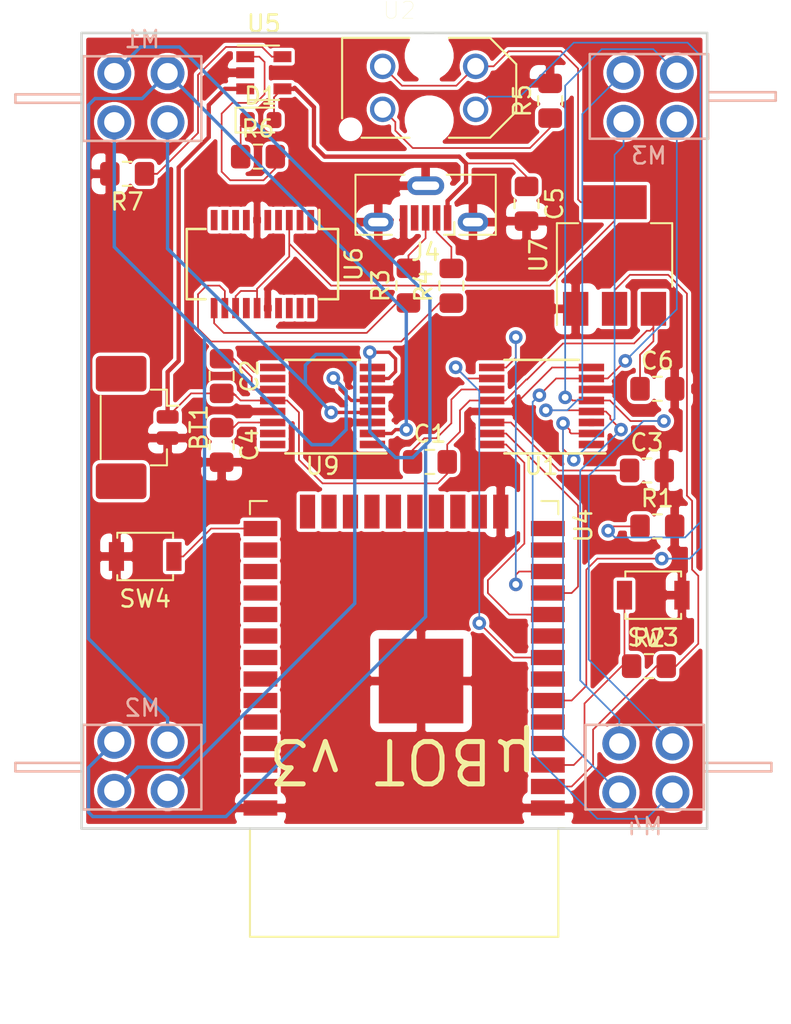
<source format=kicad_pcb>
(kicad_pcb (version 20171130) (host pcbnew "(5.1.5)-3")
  (layers (0 F.Cu signal) (31 B.Cu signal) (34 B.Paste user) (35 F.Paste user) (36 B.SilkS user) (37 F.SilkS user) (38 B.Mask user) (39 F.Mask user) (44 Edge.Cuts user))
  (net 0 "")
  (net 1 "Net-(J4-Pad4)")
  (net 2 "Net-(J4-Pad3)")
  (net 3 "Net-(J4-Pad2)")
  (net 4 +BATT)
  (net 5 GND)
  (net 6 "Net-(C1-Pad1)")
  (net 7 "Net-(C2-Pad1)")
  (net 8 "Net-(C3-Pad1)")
  (net 9 "Net-(C4-Pad1)")
  (net 10 +5V)
  (net 11 "Net-(D1-Pad1)")
  (net 12 /LEFT_D)
  (net 13 /LEFT_B)
  (net 14 /LEFT_C)
  (net 15 /LEFT_A)
  (net 16 /RIGHT_A)
  (net 17 /RIGHT_C)
  (net 18 /RIGHT_B)
  (net 19 /RIGHT_D)
  (net 20 /IR_VOUT)
  (net 21 "Net-(R2-Pad1)")
  (net 22 +3V3)
  (net 23 /USB_D+)
  (net 24 /USB_D-)
  (net 25 "Net-(R5-Pad1)")
  (net 26 "Net-(R6-Pad2)")
  (net 27 "Net-(R7-Pad1)")
  (net 28 "Net-(SW4-Pad1)")
  (net 29 /RIGHT_A_IO)
  (net 30 /RIGHT_B_IO)
  (net 31 /RIGHT_D_IO)
  (net 32 /RIGHT_C_IO)
  (net 33 /RIGHT_FAULT)
  (net 34 /MOTOR_SLEEP)
  (net 35 "Net-(U4-Pad4)")
  (net 36 "Net-(U4-Pad5)")
  (net 37 "Net-(U4-Pad7)")
  (net 38 "Net-(U4-Pad9)")
  (net 39 "Net-(U4-Pad13)")
  (net 40 "Net-(U4-Pad16)")
  (net 41 "Net-(U4-Pad17)")
  (net 42 "Net-(U4-Pad18)")
  (net 43 "Net-(U4-Pad19)")
  (net 44 "Net-(U4-Pad20)")
  (net 45 "Net-(U4-Pad21)")
  (net 46 "Net-(U4-Pad22)")
  (net 47 "Net-(U4-Pad23)")
  (net 48 "Net-(U4-Pad24)")
  (net 49 "Net-(U4-Pad26)")
  (net 50 /LEFT_FAULT)
  (net 51 "Net-(U4-Pad29)")
  (net 52 /LEFT_A_IO)
  (net 53 "Net-(U4-Pad32)")
  (net 54 /LEFT_B_IO)
  (net 55 /ESP_RXD0)
  (net 56 /ESP_TXD0)
  (net 57 /LEFT_C_IO)
  (net 58 /LEFT_D_IO)
  (net 59 "Net-(U6-Pad1)")
  (net 60 "Net-(U6-Pad2)")
  (net 61 "Net-(U6-Pad4)")
  (net 62 "Net-(U6-Pad5)")
  (net 63 "Net-(U6-Pad7)")
  (net 64 "Net-(U6-Pad8)")
  (net 65 "Net-(U6-Pad9)")
  (net 66 "Net-(U6-Pad10)")
  (net 67 "Net-(U6-Pad14)")
  (net 68 "Net-(U6-Pad17)")
  (net 69 "Net-(U6-Pad18)")
  (net 70 "Net-(U6-Pad19)")
  (net 71 "Net-(U6-Pad20)")
  (net 72 "Net-(U4-Pad30)")
  (module Connector_Molex:Molex_PicoBlade_53398-0271_1x02-1MP_P1.25mm_Vertical (layer F.Cu) (at 106.68 75.946 270)
    (fp_text reference BT1 (at 0 -3.1 90) (layer F.SilkS))
    (fp_text value Battery_Cell)
    (pad 1 smd roundrect (at -0.625 -1.25 270) (size 0.8 1.3) (layers F.Cu F.Paste F.Mask) (net 4 +BATT))
    (pad 2 smd roundrect (at 0.625 -1.25 270) (size 0.8 1.3) (layers F.Cu F.Paste F.Mask) (net 5 GND))
    (pad MP smd roundrect (at -3.175 1.5 270) (size 2.1 3) (layers F.Cu F.Paste F.Mask) (roundrect_rratio 0.119048))
    (pad MP smd roundrect (at 3.175 1.5 270) (size 2.1 3) (layers F.Cu F.Paste F.Mask) (roundrect_rratio 0.119048))
  )
  (module Capacitor_SMD:C_0805_2012Metric_Pad1.15x1.40mm_HandSolder (layer F.Cu) (at 123.444 77.978)
    (fp_text reference C1 (at 0 -1.65) (layer F.SilkS))
    (fp_text value 0.01uF)
    (pad 1 smd roundrect (at -1.025 0) (size 1.15 1.4) (layers F.Cu F.Paste F.Mask) (roundrect_rratio 0.217391) (net 6 "Net-(C1-Pad1)"))
    (pad 2 smd roundrect (at 1.025 0) (size 1.15 1.4) (layers F.Cu F.Paste F.Mask) (roundrect_rratio 0.217391) (net 4 +BATT))
  )
  (module Capacitor_SMD:C_0805_2012Metric_Pad1.15x1.40mm_HandSolder (layer F.Cu) (at 111.125 72.907 270)
    (fp_text reference C2 (at 0 -1.65 90) (layer F.SilkS))
    (fp_text value 0.01uF)
    (pad 1 smd roundrect (at -1.025 0 270) (size 1.15 1.4) (layers F.Cu F.Paste F.Mask) (roundrect_rratio 0.217391) (net 7 "Net-(C2-Pad1)"))
    (pad 2 smd roundrect (at 1.025 0 270) (size 1.15 1.4) (layers F.Cu F.Paste F.Mask) (roundrect_rratio 0.217391) (net 4 +BATT))
  )
  (module Capacitor_SMD:C_0805_2012Metric_Pad1.15x1.40mm_HandSolder (layer F.Cu) (at 136.28 78.486)
    (fp_text reference C3 (at 0 -1.65) (layer F.SilkS))
    (fp_text value C_Small)
    (pad 2 smd roundrect (at 1.025 0) (size 1.15 1.4) (layers F.Cu F.Paste F.Mask) (roundrect_rratio 0.217391) (net 5 GND))
    (pad 1 smd roundrect (at -1.025 0) (size 1.15 1.4) (layers F.Cu F.Paste F.Mask) (roundrect_rratio 0.217391) (net 8 "Net-(C3-Pad1)"))
  )
  (module Capacitor_SMD:C_0805_2012Metric_Pad1.15x1.40mm_HandSolder (layer F.Cu) (at 111.125 76.971 270)
    (fp_text reference C4 (at 0 -1.65 90) (layer F.SilkS))
    (fp_text value C_Small)
    (pad 2 smd roundrect (at 1.025 0 270) (size 1.15 1.4) (layers F.Cu F.Paste F.Mask) (roundrect_rratio 0.217391) (net 5 GND))
    (pad 1 smd roundrect (at -1.025 0 270) (size 1.15 1.4) (layers F.Cu F.Paste F.Mask) (roundrect_rratio 0.217391) (net 9 "Net-(C4-Pad1)"))
  )
  (module Capacitor_SMD:C_0805_2012Metric_Pad1.15x1.40mm_HandSolder (layer F.Cu) (at 129.159 62.729 270)
    (fp_text reference C5 (at 0 -1.65 90) (layer F.SilkS))
    (fp_text value 4.7uF)
    (pad 2 smd roundrect (at 1.025 0 270) (size 1.15 1.4) (layers F.Cu F.Paste F.Mask) (roundrect_rratio 0.217391) (net 5 GND))
    (pad 1 smd roundrect (at -1.025 0 270) (size 1.15 1.4) (layers F.Cu F.Paste F.Mask) (roundrect_rratio 0.217391) (net 10 +5V))
  )
  (module Capacitor_SMD:C_0805_2012Metric_Pad1.15x1.40mm_HandSolder (layer F.Cu) (at 136.897 73.66)
    (fp_text reference C6 (at 0 -1.65) (layer F.SilkS))
    (fp_text value 4.7uF)
    (pad 1 smd roundrect (at -1.025 0) (size 1.15 1.4) (layers F.Cu F.Paste F.Mask) (roundrect_rratio 0.217391) (net 4 +BATT))
    (pad 2 smd roundrect (at 1.025 0) (size 1.15 1.4) (layers F.Cu F.Paste F.Mask) (roundrect_rratio 0.217391) (net 5 GND))
  )
  (module LED_SMD:LED_0603_1608Metric (layer F.Cu) (at 113.4365 57.785)
    (fp_text reference D1 (at 0 -1.43) (layer F.SilkS))
    (fp_text value LED_Small)
    (pad 1 smd roundrect (at -0.7875 0) (size 0.875 0.95) (layers F.Cu F.Paste F.Mask) (net 11 "Net-(D1-Pad1)"))
    (pad 2 smd roundrect (at 0.7875 0) (size 0.875 0.95) (layers F.Cu F.Paste F.Mask) (net 10 +5V))
  )
  (module kicad_footprints:micro_stepper1 (layer B.Cu) (at 136.398 56.388)
    (fp_text reference M3 (at 0 3.5) (layer B.SilkS) (effects (justify mirror)))
    (fp_text value Stepper_Motor_bipolar)
    (pad 1 thru_hole circle (at -1.5 1.5) (size 2 2) (drill 1.2) (layers *.Cu *.Mask) (net 16 /RIGHT_A))
    (pad 3 thru_hole circle (at 1.65 1.5) (size 2 2) (drill 1.2) (layers *.Cu *.Mask) (net 17 /RIGHT_C))
    (pad 2 thru_hole circle (at -1.5 -1.4) (size 2 2) (drill 1.2) (layers *.Cu *.Mask) (net 18 /RIGHT_B))
    (pad 4 thru_hole circle (at 1.65 -1.4) (size 2 2) (drill 1.2) (layers *.Cu *.Mask) (net 19 /RIGHT_D))
  )
  (module kicad_footprints:micro_stepper1 (layer B.Cu) (at 136.144 96.012)
    (fp_text reference M4 (at 0 3.5) (layer B.SilkS) (effects (justify mirror)))
    (fp_text value Stepper_Motor_bipolar)
    (pad 4 thru_hole circle (at 1.65 -1.4) (size 2 2) (drill 1.2) (layers *.Cu *.Mask) (net 19 /RIGHT_D))
    (pad 2 thru_hole circle (at -1.5 -1.4) (size 2 2) (drill 1.2) (layers *.Cu *.Mask) (net 18 /RIGHT_B))
    (pad 3 thru_hole circle (at 1.65 1.5) (size 2 2) (drill 1.2) (layers *.Cu *.Mask) (net 17 /RIGHT_C))
    (pad 1 thru_hole circle (at -1.5 1.5) (size 2 2) (drill 1.2) (layers *.Cu *.Mask) (net 16 /RIGHT_A))
  )
  (module Resistor_SMD:R_0805_2012Metric_Pad1.15x1.40mm_HandSolder (layer F.Cu) (at 136.897 81.788)
    (fp_text reference R1 (at 0 -1.65) (layer F.SilkS))
    (fp_text value 10k)
    (pad 1 smd roundrect (at -1.025 0) (size 1.15 1.4) (layers F.Cu F.Paste F.Mask) (roundrect_rratio 0.217391) (net 20 /IR_VOUT))
    (pad 2 smd roundrect (at 1.025 0) (size 1.15 1.4) (layers F.Cu F.Paste F.Mask) (roundrect_rratio 0.217391) (net 5 GND))
  )
  (module Resistor_SMD:R_0805_2012Metric_Pad1.15x1.40mm_HandSolder (layer F.Cu) (at 136.398 90.043)
    (fp_text reference R2 (at 0 -1.65) (layer F.SilkS))
    (fp_text value 10K)
    (pad 1 smd roundrect (at -1.025 0) (size 1.15 1.4) (layers F.Cu F.Paste F.Mask) (roundrect_rratio 0.217391) (net 21 "Net-(R2-Pad1)"))
    (pad 2 smd roundrect (at 1.025 0) (size 1.15 1.4) (layers F.Cu F.Paste F.Mask) (roundrect_rratio 0.217391) (net 22 +3V3))
  )
  (module Resistor_SMD:R_0805_2012Metric_Pad1.15x1.40mm_HandSolder (layer F.Cu) (at 122.174 67.564 90)
    (fp_text reference R3 (at 0 -1.65 90) (layer F.SilkS))
    (fp_text value 27R)
    (pad 1 smd roundrect (at -1.025 0 90) (size 1.15 1.4) (layers F.Cu F.Paste F.Mask) (roundrect_rratio 0.217391) (net 23 /USB_D+))
    (pad 2 smd roundrect (at 1.025 0 90) (size 1.15 1.4) (layers F.Cu F.Paste F.Mask) (roundrect_rratio 0.217391) (net 2 "Net-(J4-Pad3)"))
  )
  (module Resistor_SMD:R_0805_2012Metric_Pad1.15x1.40mm_HandSolder (layer F.Cu) (at 124.714 67.573 90)
    (fp_text reference R4 (at 0 -1.65 90) (layer F.SilkS))
    (fp_text value 27R)
    (pad 2 smd roundrect (at 1.025 0 90) (size 1.15 1.4) (layers F.Cu F.Paste F.Mask) (roundrect_rratio 0.217391) (net 3 "Net-(J4-Pad2)"))
    (pad 1 smd roundrect (at -1.025 0 90) (size 1.15 1.4) (layers F.Cu F.Paste F.Mask) (roundrect_rratio 0.217391) (net 24 /USB_D-))
  )
  (module Resistor_SMD:R_0805_2012Metric_Pad1.15x1.40mm_HandSolder (layer F.Cu) (at 130.556 56.642 90)
    (fp_text reference R5 (at 0 -1.65 90) (layer F.SilkS))
    (fp_text value 220R)
    (pad 2 smd roundrect (at 1.025 0 90) (size 1.15 1.4) (layers F.Cu F.Paste F.Mask) (roundrect_rratio 0.217391) (net 5 GND))
    (pad 1 smd roundrect (at -1.025 0 90) (size 1.15 1.4) (layers F.Cu F.Paste F.Mask) (roundrect_rratio 0.217391) (net 25 "Net-(R5-Pad1)"))
  )
  (module Resistor_SMD:R_0805_2012Metric_Pad1.15x1.40mm_HandSolder (layer F.Cu) (at 113.275 59.944)
    (fp_text reference R6 (at 0 -1.65) (layer F.SilkS))
    (fp_text value 220R)
    (pad 1 smd roundrect (at -1.025 0) (size 1.15 1.4) (layers F.Cu F.Paste F.Mask) (roundrect_rratio 0.217391) (net 11 "Net-(D1-Pad1)"))
    (pad 2 smd roundrect (at 1.025 0) (size 1.15 1.4) (layers F.Cu F.Paste F.Mask) (roundrect_rratio 0.217391) (net 26 "Net-(R6-Pad2)"))
  )
  (module Resistor_SMD:R_0805_2012Metric_Pad1.15x1.40mm_HandSolder (layer F.Cu) (at 105.537 60.96 180)
    (fp_text reference R7 (at 0 -1.65) (layer F.SilkS))
    (fp_text value 2k)
    (pad 2 smd roundrect (at 1.025 0 180) (size 1.15 1.4) (layers F.Cu F.Paste F.Mask) (roundrect_rratio 0.217391) (net 5 GND))
    (pad 1 smd roundrect (at -1.025 0 180) (size 1.15 1.4) (layers F.Cu F.Paste F.Mask) (roundrect_rratio 0.217391) (net 27 "Net-(R7-Pad1)"))
  )
  (module Button_Switch_SMD:SW_SPST_B3U-1000P (layer F.Cu) (at 136.652 85.852 180)
    (fp_text reference SW3 (at 0 -2.5) (layer F.SilkS))
    (fp_text value EN)
    (pad 1 smd rect (at -1.7 0 180) (size 0.9 1.7) (layers F.Cu F.Paste F.Mask) (net 5 GND))
    (pad 2 smd rect (at 1.7 0 180) (size 0.9 1.7) (layers F.Cu F.Paste F.Mask) (net 21 "Net-(R2-Pad1)"))
  )
  (module Button_Switch_SMD:SW_SPST_B3U-1000P (layer F.Cu) (at 106.602 83.566 180)
    (fp_text reference SW4 (at 0 -2.5) (layer F.SilkS))
    (fp_text value BOOT)
    (pad 2 smd rect (at 1.7 0 180) (size 0.9 1.7) (layers F.Cu F.Paste F.Mask) (net 5 GND))
    (pad 1 smd rect (at -1.7 0 180) (size 0.9 1.7) (layers F.Cu F.Paste F.Mask) (net 28 "Net-(SW4-Pad1)"))
  )
  (module Package_SO:TSSOP-16_4.4x5mm_P0.65mm (layer F.Cu) (at 130.048 74.676 180)
    (fp_text reference U1 (at 0 -3.55) (layer F.SilkS))
    (fp_text value DRV8833PW)
    (pad 16 smd rect (at 2.95 -2.275 180) (size 1.5 0.45) (layers F.Cu F.Paste F.Mask) (net 29 /RIGHT_A_IO))
    (pad 15 smd rect (at 2.95 -1.625 180) (size 1.5 0.45) (layers F.Cu F.Paste F.Mask) (net 30 /RIGHT_B_IO))
    (pad 14 smd rect (at 2.95 -0.975 180) (size 1.5 0.45) (layers F.Cu F.Paste F.Mask) (net 8 "Net-(C3-Pad1)"))
    (pad 13 smd rect (at 2.95 -0.325 180) (size 1.5 0.45) (layers F.Cu F.Paste F.Mask) (net 5 GND))
    (pad 12 smd rect (at 2.95 0.325 180) (size 1.5 0.45) (layers F.Cu F.Paste F.Mask) (net 4 +BATT))
    (pad 11 smd rect (at 2.95 0.975 180) (size 1.5 0.45) (layers F.Cu F.Paste F.Mask) (net 6 "Net-(C1-Pad1)"))
    (pad 10 smd rect (at 2.95 1.625 180) (size 1.5 0.45) (layers F.Cu F.Paste F.Mask) (net 31 /RIGHT_D_IO))
    (pad 9 smd rect (at 2.95 2.275 180) (size 1.5 0.45) (layers F.Cu F.Paste F.Mask) (net 32 /RIGHT_C_IO))
    (pad 8 smd rect (at -2.95 2.275 180) (size 1.5 0.45) (layers F.Cu F.Paste F.Mask) (net 33 /RIGHT_FAULT))
    (pad 7 smd rect (at -2.95 1.625 180) (size 1.5 0.45) (layers F.Cu F.Paste F.Mask) (net 17 /RIGHT_C))
    (pad 6 smd rect (at -2.95 0.975 180) (size 1.5 0.45) (layers F.Cu F.Paste F.Mask) (net 5 GND))
    (pad 5 smd rect (at -2.95 0.325 180) (size 1.5 0.45) (layers F.Cu F.Paste F.Mask) (net 19 /RIGHT_D))
    (pad 4 smd rect (at -2.95 -0.325 180) (size 1.5 0.45) (layers F.Cu F.Paste F.Mask) (net 18 /RIGHT_B))
    (pad 3 smd rect (at -2.95 -0.975 180) (size 1.5 0.45) (layers F.Cu F.Paste F.Mask) (net 5 GND))
    (pad 2 smd rect (at -2.95 -1.625 180) (size 1.5 0.45) (layers F.Cu F.Paste F.Mask) (net 16 /RIGHT_A))
    (pad 1 smd rect (at -2.95 -2.275 180) (size 1.5 0.45) (layers F.Cu F.Paste F.Mask) (net 34 /MOTOR_SLEEP))
  )
  (module kicad_footprints:OPTO_TCRT5000 (layer F.Cu) (at 123.4 55.88)
    (fp_text reference U2 (at -1.76355 -4.57476) (layer F.SilkS) (effects (font (size 1.004126 1.004126) (thickness 0.015))))
    (fp_text value TCRT5000)
    (pad None np_thru_hole circle (at 0 -1.9) (size 2.5 2.5) (drill 2.5) (layers *.Cu *.Mask))
    (pad None np_thru_hole circle (at 0 1.9) (size 2.5 2.5) (drill 2.5) (layers *.Cu *.Mask))
    (pad None np_thru_hole circle (at -4.65 2.45) (size 1 1) (drill 1) (layers *.Cu *.Mask))
    (pad CATH thru_hole circle (at 2.75 1.27) (size 1.5 1.5) (drill 1) (layers *.Cu *.Mask) (net 20 /IR_VOUT))
    (pad A thru_hole circle (at 2.75 -1.27) (size 1.5 1.5) (drill 1) (layers *.Cu *.Mask) (net 22 +3V3))
    (pad E thru_hole circle (at -2.75 1.27) (size 1.5 1.5) (drill 1) (layers *.Cu *.Mask) (net 25 "Net-(R5-Pad1)"))
    (pad COLL thru_hole circle (at -2.75 -1.27) (size 1.5 1.5) (drill 1) (layers *.Cu *.Mask) (net 22 +3V3))
  )
  (module RF_Module:ESP32-WROOM-32 (layer F.Cu) (at 121.92 90.17 180)
    (fp_text reference U4 (at -10.61 8.43 90) (layer F.SilkS))
    (fp_text value ESP32-WROOM-32D)
    (pad 39 smd rect (at -1 -0.755 180) (size 5 5) (layers F.Cu F.Paste F.Mask) (net 5 GND))
    (pad 1 smd rect (at -8.5 -8.255 180) (size 2 0.9) (layers F.Cu F.Paste F.Mask) (net 5 GND))
    (pad 2 smd rect (at -8.5 -6.985 180) (size 2 0.9) (layers F.Cu F.Paste F.Mask) (net 22 +3V3))
    (pad 3 smd rect (at -8.5 -5.715 180) (size 2 0.9) (layers F.Cu F.Paste F.Mask) (net 21 "Net-(R2-Pad1)"))
    (pad 4 smd rect (at -8.5 -4.445 180) (size 2 0.9) (layers F.Cu F.Paste F.Mask) (net 35 "Net-(U4-Pad4)"))
    (pad 5 smd rect (at -8.5 -3.175 180) (size 2 0.9) (layers F.Cu F.Paste F.Mask) (net 36 "Net-(U4-Pad5)"))
    (pad 6 smd rect (at -8.5 -1.905 180) (size 2 0.9) (layers F.Cu F.Paste F.Mask) (net 20 /IR_VOUT))
    (pad 7 smd rect (at -8.5 -0.635 180) (size 2 0.9) (layers F.Cu F.Paste F.Mask) (net 37 "Net-(U4-Pad7)"))
    (pad 8 smd rect (at -8.5 0.635 180) (size 2 0.9) (layers F.Cu F.Paste F.Mask) (net 31 /RIGHT_D_IO))
    (pad 9 smd rect (at -8.5 1.905 180) (size 2 0.9) (layers F.Cu F.Paste F.Mask) (net 38 "Net-(U4-Pad9)"))
    (pad 10 smd rect (at -8.5 3.175 180) (size 2 0.9) (layers F.Cu F.Paste F.Mask) (net 29 /RIGHT_A_IO))
    (pad 11 smd rect (at -8.5 4.445 180) (size 2 0.9) (layers F.Cu F.Paste F.Mask) (net 30 /RIGHT_B_IO))
    (pad 12 smd rect (at -8.5 5.715 180) (size 2 0.9) (layers F.Cu F.Paste F.Mask) (net 32 /RIGHT_C_IO))
    (pad 13 smd rect (at -8.5 6.985 180) (size 2 0.9) (layers F.Cu F.Paste F.Mask) (net 39 "Net-(U4-Pad13)"))
    (pad 14 smd rect (at -8.5 8.255 180) (size 2 0.9) (layers F.Cu F.Paste F.Mask) (net 33 /RIGHT_FAULT))
    (pad 15 smd rect (at -5.715 9.255 270) (size 2 0.9) (layers F.Cu F.Paste F.Mask) (net 5 GND))
    (pad 16 smd rect (at -4.445 9.255 270) (size 2 0.9) (layers F.Cu F.Paste F.Mask) (net 40 "Net-(U4-Pad16)"))
    (pad 17 smd rect (at -3.175 9.255 270) (size 2 0.9) (layers F.Cu F.Paste F.Mask) (net 41 "Net-(U4-Pad17)"))
    (pad 18 smd rect (at -1.905 9.255 270) (size 2 0.9) (layers F.Cu F.Paste F.Mask) (net 42 "Net-(U4-Pad18)"))
    (pad 19 smd rect (at -0.635 9.255 270) (size 2 0.9) (layers F.Cu F.Paste F.Mask) (net 43 "Net-(U4-Pad19)"))
    (pad 20 smd rect (at 0.635 9.255 270) (size 2 0.9) (layers F.Cu F.Paste F.Mask) (net 44 "Net-(U4-Pad20)"))
    (pad 21 smd rect (at 1.905 9.255 270) (size 2 0.9) (layers F.Cu F.Paste F.Mask) (net 45 "Net-(U4-Pad21)"))
    (pad 22 smd rect (at 3.175 9.255 270) (size 2 0.9) (layers F.Cu F.Paste F.Mask) (net 46 "Net-(U4-Pad22)"))
    (pad 23 smd rect (at 4.445 9.255 270) (size 2 0.9) (layers F.Cu F.Paste F.Mask) (net 47 "Net-(U4-Pad23)"))
    (pad 24 smd rect (at 5.715 9.255 270) (size 2 0.9) (layers F.Cu F.Paste F.Mask) (net 48 "Net-(U4-Pad24)"))
    (pad 25 smd rect (at 8.5 8.255 180) (size 2 0.9) (layers F.Cu F.Paste F.Mask) (net 28 "Net-(SW4-Pad1)"))
    (pad 26 smd rect (at 8.5 6.985 180) (size 2 0.9) (layers F.Cu F.Paste F.Mask) (net 49 "Net-(U4-Pad26)"))
    (pad 27 smd rect (at 8.5 5.715 180) (size 2 0.9) (layers F.Cu F.Paste F.Mask) (net 34 /MOTOR_SLEEP))
    (pad 28 smd rect (at 8.5 4.445 180) (size 2 0.9) (layers F.Cu F.Paste F.Mask) (net 50 /LEFT_FAULT))
    (pad 29 smd rect (at 8.5 3.175 180) (size 2 0.9) (layers F.Cu F.Paste F.Mask) (net 51 "Net-(U4-Pad29)"))
    (pad 30 smd rect (at 8.5 1.905 180) (size 2 0.9) (layers F.Cu F.Paste F.Mask) (net 72 "Net-(U4-Pad30)"))
    (pad 31 smd rect (at 8.5 0.635 180) (size 2 0.9) (layers F.Cu F.Paste F.Mask) (net 52 /LEFT_A_IO))
    (pad 32 smd rect (at 8.5 -0.635 180) (size 2 0.9) (layers F.Cu F.Paste F.Mask) (net 53 "Net-(U4-Pad32)"))
    (pad 33 smd rect (at 8.5 -1.905 180) (size 2 0.9) (layers F.Cu F.Paste F.Mask) (net 54 /LEFT_B_IO))
    (pad 34 smd rect (at 8.5 -3.175 180) (size 2 0.9) (layers F.Cu F.Paste F.Mask) (net 55 /ESP_RXD0))
    (pad 35 smd rect (at 8.5 -4.445 180) (size 2 0.9) (layers F.Cu F.Paste F.Mask) (net 56 /ESP_TXD0))
    (pad 36 smd rect (at 8.5 -5.715 180) (size 2 0.9) (layers F.Cu F.Paste F.Mask) (net 57 /LEFT_C_IO))
    (pad 37 smd rect (at 8.5 -6.985 180) (size 2 0.9) (layers F.Cu F.Paste F.Mask) (net 58 /LEFT_D_IO))
    (pad 38 smd rect (at 8.5 -8.255 180) (size 2 0.9) (layers F.Cu F.Paste F.Mask) (net 5 GND))
  )
  (module Package_TO_SOT_SMD:SOT-23-5 (layer F.Cu) (at 113.622 54.991)
    (fp_text reference U5 (at 0 -2.9) (layer F.SilkS))
    (fp_text value MCP73812T-420I-OT)
    (pad 1 smd rect (at -1.1 -0.95) (size 1.06 0.65) (layers F.Cu F.Paste F.Mask) (net 26 "Net-(R6-Pad2)"))
    (pad 2 smd rect (at -1.1 0) (size 1.06 0.65) (layers F.Cu F.Paste F.Mask) (net 5 GND))
    (pad 3 smd rect (at -1.1 0.95) (size 1.06 0.65) (layers F.Cu F.Paste F.Mask) (net 4 +BATT))
    (pad 4 smd rect (at 1.1 0.95) (size 1.06 0.65) (layers F.Cu F.Paste F.Mask) (net 10 +5V))
    (pad 5 smd rect (at 1.1 -0.95) (size 1.06 0.65) (layers F.Cu F.Paste F.Mask) (net 27 "Net-(R7-Pad1)"))
  )
  (module Package_SO:SSOP-20_3.9x8.7mm_P0.635mm (layer F.Cu) (at 113.538 66.294 270)
    (fp_text reference U6 (at 0 -5.4 90) (layer F.SilkS))
    (fp_text value FT231XS)
    (pad 1 smd rect (at -2.6 -2.8575 270) (size 1.2 0.4) (layers F.Cu F.Paste F.Mask) (net 59 "Net-(U6-Pad1)"))
    (pad 2 smd rect (at -2.6 -2.2225 270) (size 1.2 0.4) (layers F.Cu F.Paste F.Mask) (net 60 "Net-(U6-Pad2)"))
    (pad 3 smd rect (at -2.6 -1.5875 270) (size 1.2 0.4) (layers F.Cu F.Paste F.Mask) (net 22 +3V3))
    (pad 4 smd rect (at -2.6 -0.9525 270) (size 1.2 0.4) (layers F.Cu F.Paste F.Mask) (net 61 "Net-(U6-Pad4)"))
    (pad 5 smd rect (at -2.6 -0.3175 270) (size 1.2 0.4) (layers F.Cu F.Paste F.Mask) (net 62 "Net-(U6-Pad5)"))
    (pad 6 smd rect (at -2.6 0.3175 270) (size 1.2 0.4) (layers F.Cu F.Paste F.Mask) (net 5 GND))
    (pad 7 smd rect (at -2.6 0.9525 270) (size 1.2 0.4) (layers F.Cu F.Paste F.Mask) (net 63 "Net-(U6-Pad7)"))
    (pad 8 smd rect (at -2.6 1.5875 270) (size 1.2 0.4) (layers F.Cu F.Paste F.Mask) (net 64 "Net-(U6-Pad8)"))
    (pad 9 smd rect (at -2.6 2.2225 270) (size 1.2 0.4) (layers F.Cu F.Paste F.Mask) (net 65 "Net-(U6-Pad9)"))
    (pad 10 smd rect (at -2.6 2.8575 270) (size 1.2 0.4) (layers F.Cu F.Paste F.Mask) (net 66 "Net-(U6-Pad10)"))
    (pad 11 smd rect (at 2.6 2.8575 270) (size 1.2 0.4) (layers F.Cu F.Paste F.Mask) (net 23 /USB_D+))
    (pad 12 smd rect (at 2.6 2.2225 270) (size 1.2 0.4) (layers F.Cu F.Paste F.Mask) (net 24 /USB_D-))
    (pad 13 smd rect (at 2.6 1.5875 270) (size 1.2 0.4) (layers F.Cu F.Paste F.Mask) (net 22 +3V3))
    (pad 14 smd rect (at 2.6 0.9525 270) (size 1.2 0.4) (layers F.Cu F.Paste F.Mask) (net 67 "Net-(U6-Pad14)"))
    (pad 15 smd rect (at 2.6 0.3175 270) (size 1.2 0.4) (layers F.Cu F.Paste F.Mask) (net 22 +3V3))
    (pad 16 smd rect (at 2.6 -0.3175 270) (size 1.2 0.4) (layers F.Cu F.Paste F.Mask) (net 5 GND))
    (pad 17 smd rect (at 2.6 -0.9525 270) (size 1.2 0.4) (layers F.Cu F.Paste F.Mask) (net 68 "Net-(U6-Pad17)"))
    (pad 18 smd rect (at 2.6 -1.5875 270) (size 1.2 0.4) (layers F.Cu F.Paste F.Mask) (net 69 "Net-(U6-Pad18)"))
    (pad 19 smd rect (at 2.6 -2.2225 270) (size 1.2 0.4) (layers F.Cu F.Paste F.Mask) (net 70 "Net-(U6-Pad19)"))
    (pad 20 smd rect (at 2.6 -2.8575 270) (size 1.2 0.4) (layers F.Cu F.Paste F.Mask) (net 71 "Net-(U6-Pad20)"))
  )
  (module Package_TO_SOT_SMD:SOT-223-3_TabPin2 (layer F.Cu) (at 134.366 65.786 90)
    (fp_text reference U7 (at 0 -4.5 90) (layer F.SilkS))
    (fp_text value LM1117-3.3)
    (pad 2 smd rect (at 3.15 0 90) (size 2 3.8) (layers F.Cu F.Paste F.Mask) (net 22 +3V3))
    (pad 2 smd rect (at -3.15 0 90) (size 2 1.5) (layers F.Cu F.Paste F.Mask) (net 22 +3V3))
    (pad 3 smd rect (at -3.15 2.3 90) (size 2 1.5) (layers F.Cu F.Paste F.Mask) (net 4 +BATT))
    (pad 1 smd rect (at -3.15 -2.3 90) (size 2 1.5) (layers F.Cu F.Paste F.Mask) (net 5 GND))
  )
  (module Package_SO:TSSOP-16_4.4x5mm_P0.65mm (layer F.Cu) (at 117.094 74.676 180)
    (fp_text reference U9 (at 0 -3.55) (layer F.SilkS))
    (fp_text value DRV8833PW)
    (pad 1 smd rect (at -2.95 -2.275 180) (size 1.5 0.45) (layers F.Cu F.Paste F.Mask) (net 34 /MOTOR_SLEEP))
    (pad 2 smd rect (at -2.95 -1.625 180) (size 1.5 0.45) (layers F.Cu F.Paste F.Mask) (net 15 /LEFT_A))
    (pad 3 smd rect (at -2.95 -0.975 180) (size 1.5 0.45) (layers F.Cu F.Paste F.Mask) (net 5 GND))
    (pad 4 smd rect (at -2.95 -0.325 180) (size 1.5 0.45) (layers F.Cu F.Paste F.Mask) (net 13 /LEFT_B))
    (pad 5 smd rect (at -2.95 0.325 180) (size 1.5 0.45) (layers F.Cu F.Paste F.Mask) (net 12 /LEFT_D))
    (pad 6 smd rect (at -2.95 0.975 180) (size 1.5 0.45) (layers F.Cu F.Paste F.Mask) (net 5 GND))
    (pad 7 smd rect (at -2.95 1.625 180) (size 1.5 0.45) (layers F.Cu F.Paste F.Mask) (net 14 /LEFT_C))
    (pad 8 smd rect (at -2.95 2.275 180) (size 1.5 0.45) (layers F.Cu F.Paste F.Mask) (net 50 /LEFT_FAULT))
    (pad 9 smd rect (at 2.95 2.275 180) (size 1.5 0.45) (layers F.Cu F.Paste F.Mask) (net 57 /LEFT_C_IO))
    (pad 10 smd rect (at 2.95 1.625 180) (size 1.5 0.45) (layers F.Cu F.Paste F.Mask) (net 58 /LEFT_D_IO))
    (pad 11 smd rect (at 2.95 0.975 180) (size 1.5 0.45) (layers F.Cu F.Paste F.Mask) (net 7 "Net-(C2-Pad1)"))
    (pad 12 smd rect (at 2.95 0.325 180) (size 1.5 0.45) (layers F.Cu F.Paste F.Mask) (net 4 +BATT))
    (pad 13 smd rect (at 2.95 -0.325 180) (size 1.5 0.45) (layers F.Cu F.Paste F.Mask) (net 5 GND))
    (pad 14 smd rect (at 2.95 -0.975 180) (size 1.5 0.45) (layers F.Cu F.Paste F.Mask) (net 9 "Net-(C4-Pad1)"))
    (pad 15 smd rect (at 2.95 -1.625 180) (size 1.5 0.45) (layers F.Cu F.Paste F.Mask) (net 54 /LEFT_B_IO))
    (pad 16 smd rect (at 2.95 -2.275 180) (size 1.5 0.45) (layers F.Cu F.Paste F.Mask) (net 52 /LEFT_A_IO))
  )
  (module kicad_footprints:micro_stepper1 (layer B.Cu) (at 106.426 56.515 180)
    (fp_text reference M1 (at 0 3.5) (layer B.SilkS) (effects (justify mirror)))
    (fp_text value Stepper_Motor_bipolar)
    (pad 1 thru_hole circle (at -1.5 1.5 180) (size 2 2) (drill 1.2) (layers *.Cu *.Mask) (net 15 /LEFT_A))
    (pad 3 thru_hole circle (at 1.65 1.5 180) (size 2 2) (drill 1.2) (layers *.Cu *.Mask) (net 14 /LEFT_C))
    (pad 2 thru_hole circle (at -1.5 -1.4 180) (size 2 2) (drill 1.2) (layers *.Cu *.Mask) (net 13 /LEFT_B))
    (pad 4 thru_hole circle (at 1.65 -1.4 180) (size 2 2) (drill 1.2) (layers *.Cu *.Mask) (net 12 /LEFT_D))
  )
  (module kicad_footprints:micro_stepper1 (layer B.Cu) (at 106.426 96.012 180)
    (fp_text reference M2 (at 0 3.5) (layer B.SilkS) (effects (justify mirror)))
    (fp_text value Stepper_Motor_bipolar)
    (pad 4 thru_hole circle (at 1.65 -1.4 180) (size 2 2) (drill 1.2) (layers *.Cu *.Mask) (net 12 /LEFT_D))
    (pad 2 thru_hole circle (at -1.5 -1.4 180) (size 2 2) (drill 1.2) (layers *.Cu *.Mask) (net 13 /LEFT_B))
    (pad 3 thru_hole circle (at 1.65 1.5 180) (size 2 2) (drill 1.2) (layers *.Cu *.Mask) (net 14 /LEFT_C))
    (pad 1 thru_hole circle (at -1.5 1.5 180) (size 2 2) (drill 1.2) (layers *.Cu *.Mask) (net 15 /LEFT_A))
  )
  (module Connector_USB:USB_Micro-B_Molex-105133-0001 (layer F.Cu) (at 123.19 62.738 180)
    (fp_text reference J4 (at 0 -2.85) (layer F.SilkS))
    (fp_text value USB_B_Micro)
    (pad 3 smd rect (at 0 -0.825 180) (size 0.45 1.5) (layers F.Cu F.Paste F.Mask) (net 2 "Net-(J4-Pad3)"))
    (pad 4 smd rect (at 0.65 -0.825 180) (size 0.45 1.5) (layers F.Cu F.Paste F.Mask) (net 1 "Net-(J4-Pad4)"))
    (pad 2 smd rect (at -0.65 -0.825 180) (size 0.45 1.5) (layers F.Cu F.Paste F.Mask) (net 3 "Net-(J4-Pad2)"))
    (pad 5 smd rect (at 1.3 -0.825 180) (size 0.45 1.5) (layers F.Cu F.Paste F.Mask) (net 5 GND))
    (pad 1 smd rect (at -1.3 -0.825 180) (size 0.45 1.5) (layers F.Cu F.Paste F.Mask) (net 10 +5V))
    (pad 6 thru_hole oval (at -2.8 -1.075 180) (size 1.8 1.1) (drill oval 1.2 0.5) (layers *.Cu *.Mask) (net 5 GND))
    (pad 6 thru_hole oval (at 2.8 -1.075 180) (size 1.8 1.1) (drill oval 1.2 0.5) (layers *.Cu *.Mask) (net 5 GND))
    (pad 6 thru_hole oval (at 0 1.075 180) (size 2.2 1.1) (drill oval 1.6 0.5) (layers *.Cu *.Mask) (net 5 GND))
  )
  (gr_line (start 102.84 52.64) (end 102.84 99.64) (layer Edge.Cuts) (width 0.15))
  (gr_line (start 139.84 99.64) (end 139.84 52.64) (layer Edge.Cuts) (width 0.15))
  (gr_text "μBOT v3" (at 121.84 95.64 180) (layer F.SilkS) (effects (font (size 2.5 2.5) (thickness 0.3))))
  (gr_line (start 102.84 99.64) (end 139.84 99.64) (layer Edge.Cuts) (width 0.15))
  (gr_line (start 139.84 52.64) (end 102.84 52.64) (layer Edge.Cuts) (width 0.15))
  (segment (start 123.19 63.563) (end 123.19 64.77) (width 0.1) (layer F.Cu) (net 2))
  (segment (start 122.174 65.786) (end 122.174 66.539) (width 0.1) (layer F.Cu) (net 2))
  (segment (start 123.19 64.77) (end 122.174 65.786) (width 0.1) (layer F.Cu) (net 2))
  (segment (start 123.84 63.563) (end 123.84 64.413) (width 0.1) (layer F.Cu) (net 3))
  (segment (start 124.714 65.287) (end 124.714 66.548) (width 0.1) (layer F.Cu) (net 3))
  (segment (start 123.84 64.413) (end 124.714 65.287) (width 0.1) (layer F.Cu) (net 3))
  (segment (start 124.469 77.978) (end 124.469 76.953) (width 0.1) (layer F.Cu) (net 4))
  (segment (start 124.469 76.953) (end 125.222 76.2) (width 0.1) (layer F.Cu) (net 4))
  (segment (start 125.222 76.2) (end 125.222 74.93) (width 0.1) (layer F.Cu) (net 4))
  (segment (start 125.801 74.351) (end 127.098 74.351) (width 0.1) (layer F.Cu) (net 4))
  (segment (start 125.222 74.93) (end 125.801 74.351) (width 0.1) (layer F.Cu) (net 4))
  (segment (start 135.872 73.66) (end 135.872 71.646) (width 0.1) (layer F.Cu) (net 4))
  (segment (start 136.666 70.852) (end 136.666 68.936) (width 0.1) (layer F.Cu) (net 4))
  (segment (start 135.872 71.646) (end 136.666 70.852) (width 0.1) (layer F.Cu) (net 4))
  (segment (start 107.93 75.321) (end 107.93 72.664) (width 0.254) (layer F.Cu) (net 4))
  (segment (start 107.93 72.664) (end 108.585 72.009) (width 0.254) (layer F.Cu) (net 4))
  (segment (start 108.585 72.009) (end 108.585 60.579) (width 0.254) (layer F.Cu) (net 4))
  (segment (start 108.585 60.579) (end 110.363 58.801) (width 0.254) (layer F.Cu) (net 4))
  (segment (start 110.363 58.801) (end 110.363 56.896) (width 0.254) (layer F.Cu) (net 4))
  (segment (start 111.318 55.941) (end 112.522 55.941) (width 0.254) (layer F.Cu) (net 4))
  (segment (start 110.363 56.896) (end 111.318 55.941) (width 0.254) (layer F.Cu) (net 4))
  (segment (start 112.522 54.991) (end 111.379 54.991) (width 0.1) (layer F.Cu) (net 5))
  (segment (start 111.379 54.991) (end 111.252 55.118) (width 0.1) (layer F.Cu) (net 5))
  (segment (start 113.294 73.701) (end 114.144 73.701) (width 0.1) (layer F.Cu) (net 7))
  (segment (start 111.252 74.023) (end 111.952 74.023) (width 0.1) (layer F.Cu) (net 4))
  (segment (start 109.319 73.932) (end 107.93 75.321) (width 0.1) (layer F.Cu) (net 4))
  (segment (start 111.125 73.932) (end 109.319 73.932) (width 0.1) (layer F.Cu) (net 4))
  (segment (start 113.294 74.351) (end 114.144 74.351) (width 0.1) (layer F.Cu) (net 4))
  (segment (start 112.244 74.351) (end 113.294 74.351) (width 0.1) (layer F.Cu) (net 4))
  (segment (start 111.825 73.932) (end 112.244 74.351) (width 0.1) (layer F.Cu) (net 4))
  (segment (start 111.125 73.932) (end 111.825 73.932) (width 0.1) (layer F.Cu) (net 4))
  (segment (start 114.994 74.351) (end 115.697 75.054) (width 0.1) (layer F.Cu) (net 4))
  (segment (start 114.144 74.351) (end 114.994 74.351) (width 0.1) (layer F.Cu) (net 4))
  (segment (start 115.697 75.054) (end 115.697 77.851) (width 0.1) (layer F.Cu) (net 4))
  (segment (start 115.697 77.851) (end 117.094 79.248) (width 0.1) (layer F.Cu) (net 4))
  (segment (start 124.469 78.678) (end 124.469 77.978) (width 0.1) (layer F.Cu) (net 4))
  (segment (start 123.899 79.248) (end 124.469 78.678) (width 0.1) (layer F.Cu) (net 4))
  (segment (start 117.094 79.248) (end 123.899 79.248) (width 0.1) (layer F.Cu) (net 4))
  (segment (start 135.521 70.981) (end 136.271 70.231) (width 0.1) (layer F.Cu) (net 4))
  (segment (start 136.471 70.231) (end 136.666 70.036) (width 0.1) (layer F.Cu) (net 4))
  (segment (start 127.907998 74.351) (end 129.148999 73.109999) (width 0.1) (layer F.Cu) (net 4))
  (segment (start 131.318 70.981) (end 135.521 70.981) (width 0.1) (layer F.Cu) (net 4))
  (segment (start 127.098 74.351) (end 127.907998 74.351) (width 0.1) (layer F.Cu) (net 4))
  (segment (start 129.189001 73.109999) (end 131.318 70.981) (width 0.1) (layer F.Cu) (net 4))
  (segment (start 136.271 70.231) (end 136.471 70.231) (width 0.1) (layer F.Cu) (net 4))
  (segment (start 136.666 70.036) (end 136.666 68.936) (width 0.1) (layer F.Cu) (net 4))
  (segment (start 129.148999 73.109999) (end 129.189001 73.109999) (width 0.1) (layer F.Cu) (net 4))
  (segment (start 122.419 77.278) (end 123.116 76.581) (width 0.1) (layer F.Cu) (net 6))
  (segment (start 122.419 77.978) (end 122.419 77.278) (width 0.1) (layer F.Cu) (net 6))
  (segment (start 123.116 76.581) (end 123.825 76.581) (width 0.1) (layer F.Cu) (net 6))
  (segment (start 123.825 76.581) (end 124.714 75.692) (width 0.1) (layer F.Cu) (net 6))
  (segment (start 124.714 75.692) (end 124.714 74.295) (width 0.1) (layer F.Cu) (net 6))
  (segment (start 125.308 73.701) (end 127.098 73.701) (width 0.1) (layer F.Cu) (net 6))
  (segment (start 124.714 74.295) (end 125.308 73.701) (width 0.1) (layer F.Cu) (net 6))
  (segment (start 111.825 71.882) (end 112.903 72.96) (width 0.1) (layer F.Cu) (net 7))
  (segment (start 111.125 71.882) (end 111.825 71.882) (width 0.1) (layer F.Cu) (net 7))
  (segment (start 112.903 72.96) (end 112.903 73.66) (width 0.1) (layer F.Cu) (net 7))
  (segment (start 112.944 73.701) (end 114.144 73.701) (width 0.1) (layer F.Cu) (net 7))
  (segment (start 112.903 73.66) (end 112.944 73.701) (width 0.1) (layer F.Cu) (net 7))
  (segment (start 135.255 78.486) (end 131.064 78.486) (width 0.1) (layer F.Cu) (net 8))
  (segment (start 128.229 75.651) (end 127.098 75.651) (width 0.1) (layer F.Cu) (net 8))
  (segment (start 131.064 78.486) (end 128.229 75.651) (width 0.1) (layer F.Cu) (net 8))
  (segment (start 113.294 75.651) (end 114.144 75.651) (width 0.1) (layer F.Cu) (net 9))
  (segment (start 111.825 75.946) (end 112.12 75.651) (width 0.1) (layer F.Cu) (net 9))
  (segment (start 112.12 75.651) (end 113.294 75.651) (width 0.1) (layer F.Cu) (net 9))
  (segment (start 111.125 75.946) (end 111.825 75.946) (width 0.1) (layer F.Cu) (net 9))
  (segment (start 114.224 56.439) (end 114.722 55.941) (width 0.1) (layer F.Cu) (net 10))
  (segment (start 114.224 57.785) (end 114.224 56.439) (width 0.1) (layer F.Cu) (net 10))
  (segment (start 124.49 62.559) (end 125.581 61.468) (width 0.254) (layer F.Cu) (net 10))
  (segment (start 124.49 63.563) (end 124.49 62.559) (width 0.254) (layer F.Cu) (net 10))
  (segment (start 125.581 61.468) (end 125.581 60.347) (width 0.254) (layer F.Cu) (net 10))
  (segment (start 125.581 60.347) (end 125.178 59.944) (width 0.254) (layer F.Cu) (net 10))
  (segment (start 125.178 59.944) (end 117.221 59.944) (width 0.254) (layer F.Cu) (net 10))
  (segment (start 117.221 59.944) (end 116.586 59.309) (width 0.254) (layer F.Cu) (net 10))
  (segment (start 116.586 59.309) (end 116.586 57.023) (width 0.254) (layer F.Cu) (net 10))
  (segment (start 116.586 57.023) (end 115.443 55.88) (width 0.254) (layer F.Cu) (net 10))
  (segment (start 115.382 55.941) (end 114.722 55.941) (width 0.254) (layer F.Cu) (net 10))
  (segment (start 115.443 55.88) (end 115.382 55.941) (width 0.254) (layer F.Cu) (net 10))
  (segment (start 128.377 60.347) (end 125.581 60.347) (width 0.1) (layer F.Cu) (net 10))
  (segment (start 129.159 61.129) (end 128.377 60.347) (width 0.1) (layer F.Cu) (net 10))
  (segment (start 129.159 61.704) (end 129.159 61.129) (width 0.1) (layer F.Cu) (net 10))
  (segment (start 112.25 58.184) (end 112.649 57.785) (width 0.1) (layer F.Cu) (net 11))
  (segment (start 112.25 59.944) (end 112.25 58.184) (width 0.1) (layer F.Cu) (net 11))
  (segment (start 104.776 57.915) (end 104.776 65.279) (width 0.2) (layer B.Cu) (net 12))
  (segment (start 116.459 76.962) (end 117.602 76.962) (width 0.2) (layer B.Cu) (net 12))
  (segment (start 117.602 76.962) (end 118.491 76.073) (width 0.2) (layer B.Cu) (net 12))
  (segment (start 118.491 76.073) (end 118.491 73.787) (width 0.2) (layer B.Cu) (net 12))
  (via (at 117.729 73.025) (size 0.8) (drill 0.4) (layers F.Cu B.Cu) (net 12))
  (segment (start 118.491 73.787) (end 117.729 73.025) (width 0.2) (layer B.Cu) (net 12))
  (segment (start 118.128999 73.424999) (end 118.128999 73.678999) (width 0.2) (layer F.Cu) (net 12))
  (segment (start 117.729 73.025) (end 118.128999 73.424999) (width 0.2) (layer F.Cu) (net 12))
  (segment (start 118.801 74.351) (end 120.044 74.351) (width 0.2) (layer F.Cu) (net 12))
  (segment (start 118.128999 73.678999) (end 118.801 74.351) (width 0.2) (layer F.Cu) (net 12))
  (segment (start 104.776 97.412) (end 106.176 96.012) (width 0.2) (layer B.Cu) (net 12))
  (segment (start 106.176 96.012) (end 108.585 96.012) (width 0.2) (layer B.Cu) (net 12))
  (segment (start 108.585 96.012) (end 110.109 94.488) (width 0.2) (layer B.Cu) (net 12))
  (segment (start 110.109 94.488) (end 110.109 70.612) (width 0.2) (layer B.Cu) (net 12))
  (segment (start 104.776 65.279) (end 110.109 70.612) (width 0.2) (layer B.Cu) (net 12))
  (segment (start 110.109 70.612) (end 116.459 76.962) (width 0.2) (layer B.Cu) (net 12))
  (via (at 117.602 75.057) (size 0.8) (drill 0.4) (layers F.Cu B.Cu) (net 13))
  (segment (start 107.926 57.915) (end 107.926 65.381) (width 0.2) (layer B.Cu) (net 13))
  (segment (start 119.988 75.057) (end 120.044 75.001) (width 0.2) (layer F.Cu) (net 13))
  (segment (start 117.602 75.057) (end 119.988 75.057) (width 0.2) (layer F.Cu) (net 13))
  (segment (start 107.926 97.412) (end 118.999 86.339) (width 0.2) (layer B.Cu) (net 13))
  (segment (start 118.999 86.339) (end 118.999 72.39) (width 0.2) (layer B.Cu) (net 13))
  (segment (start 118.999 72.39) (end 118.237 71.628) (width 0.2) (layer B.Cu) (net 13))
  (segment (start 118.237 71.628) (end 116.713 71.628) (width 0.2) (layer B.Cu) (net 13))
  (segment (start 116.078 72.263) (end 116.078 73.406) (width 0.2) (layer B.Cu) (net 13))
  (segment (start 116.713 71.628) (end 116.078 72.263) (width 0.2) (layer B.Cu) (net 13))
  (segment (start 107.926 65.381) (end 116.078 73.406) (width 0.2) (layer B.Cu) (net 13))
  (segment (start 116.078 73.406) (end 117.602 75.057) (width 0.2) (layer B.Cu) (net 13))
  (segment (start 104.776 55.015) (end 106.324 53.467) (width 0.2) (layer B.Cu) (net 14))
  (segment (start 108.633326 53.467) (end 123.444 68.277674) (width 0.2) (layer B.Cu) (net 14))
  (segment (start 106.324 53.467) (end 108.633326 53.467) (width 0.2) (layer B.Cu) (net 14))
  (segment (start 123.444 68.277674) (end 123.444 76.708) (width 0.2) (layer B.Cu) (net 14))
  (segment (start 122.428 77.724) (end 121.412 77.724) (width 0.2) (layer B.Cu) (net 14))
  (segment (start 121.412 77.724) (end 119.888 76.2) (width 0.2) (layer B.Cu) (net 14))
  (via (at 119.888 71.501) (size 0.8) (drill 0.4) (layers F.Cu B.Cu) (net 14))
  (segment (start 119.888 76.2) (end 119.888 71.501) (width 0.2) (layer B.Cu) (net 14))
  (segment (start 119.888 71.501) (end 121.031 71.501) (width 0.2) (layer F.Cu) (net 14))
  (segment (start 121.031 71.501) (end 121.412 71.882) (width 0.2) (layer F.Cu) (net 14))
  (segment (start 121.412 71.882) (end 121.412 72.644) (width 0.2) (layer F.Cu) (net 14))
  (segment (start 121.005 73.051) (end 120.044 73.051) (width 0.2) (layer F.Cu) (net 14))
  (segment (start 121.412 72.644) (end 121.005 73.051) (width 0.2) (layer F.Cu) (net 14))
  (segment (start 104.776 94.512) (end 103.251 96.037) (width 0.2) (layer B.Cu) (net 14))
  (segment (start 103.251 96.037) (end 103.251 98.679) (width 0.2) (layer B.Cu) (net 14))
  (segment (start 103.251 98.679) (end 103.505 98.933) (width 0.2) (layer B.Cu) (net 14))
  (segment (start 103.505 98.933) (end 111.379 98.933) (width 0.2) (layer B.Cu) (net 14))
  (segment (start 123.19 87.122) (end 123.19 76.962) (width 0.2) (layer B.Cu) (net 14))
  (segment (start 111.379 98.933) (end 123.19 87.122) (width 0.2) (layer B.Cu) (net 14))
  (segment (start 123.444 76.708) (end 123.19 76.962) (width 0.2) (layer B.Cu) (net 14))
  (segment (start 123.19 76.962) (end 122.428 77.724) (width 0.2) (layer B.Cu) (net 14))
  (segment (start 107.926 55.015) (end 122.047 69.136) (width 0.2) (layer B.Cu) (net 15))
  (via (at 122.047 76.073) (size 0.8) (drill 0.4) (layers F.Cu B.Cu) (net 15))
  (segment (start 122.047 69.136) (end 122.047 76.073) (width 0.2) (layer B.Cu) (net 15))
  (segment (start 122.047 76.073) (end 121.412 76.073) (width 0.2) (layer F.Cu) (net 15))
  (segment (start 121.184 76.301) (end 120.044 76.301) (width 0.2) (layer F.Cu) (net 15))
  (segment (start 121.412 76.073) (end 121.184 76.301) (width 0.2) (layer F.Cu) (net 15))
  (segment (start 107.926 93.097787) (end 103.251 88.422787) (width 0.2) (layer B.Cu) (net 15))
  (segment (start 107.926 94.512) (end 107.926 93.097787) (width 0.2) (layer B.Cu) (net 15))
  (segment (start 103.251 88.422787) (end 103.251 56.896) (width 0.2) (layer B.Cu) (net 15))
  (segment (start 103.251 56.896) (end 103.632 56.515) (width 0.2) (layer B.Cu) (net 15))
  (segment (start 106.426 56.515) (end 107.926 55.015) (width 0.2) (layer B.Cu) (net 15))
  (segment (start 103.632 56.515) (end 106.426 56.515) (width 0.2) (layer B.Cu) (net 15))
  (via (at 131.318 75.692) (size 0.8) (drill 0.4) (layers F.Cu B.Cu) (net 16))
  (segment (start 134.644 97.512) (end 131.318 94.186) (width 0.1) (layer B.Cu) (net 16))
  (segment (start 131.318 94.186) (end 131.318 75.692) (width 0.1) (layer B.Cu) (net 16))
  (segment (start 131.717999 76.091999) (end 131.717999 76.218999) (width 0.1) (layer F.Cu) (net 16))
  (segment (start 131.318 75.692) (end 131.717999 76.091999) (width 0.1) (layer F.Cu) (net 16))
  (segment (start 131.8 76.301) (end 132.998 76.301) (width 0.1) (layer F.Cu) (net 16))
  (segment (start 131.717999 76.218999) (end 131.8 76.301) (width 0.1) (layer F.Cu) (net 16))
  (segment (start 134.366 75.438) (end 131.953 77.851) (width 0.1) (layer B.Cu) (net 16))
  (segment (start 134.898 57.888) (end 134.898 59.302213) (width 0.1) (layer B.Cu) (net 16))
  (segment (start 134.366 59.834213) (end 134.366 75.438) (width 0.1) (layer B.Cu) (net 16))
  (segment (start 134.898 59.302213) (end 134.366 59.834213) (width 0.1) (layer B.Cu) (net 16))
  (via (at 131.953 77.851) (size 0.8) (drill 0.4) (layers F.Cu B.Cu) (net 16))
  (segment (start 131.953 77.851) (end 131.318 77.216) (width 0.1) (layer F.Cu) (net 16))
  (segment (start 131.318 77.216) (end 131.318 75.692) (width 0.1) (layer F.Cu) (net 16))
  (via (at 135.001 72.009) (size 0.8) (drill 0.4) (layers F.Cu B.Cu) (net 17))
  (segment (start 138.048 57.888) (end 138.048 68.962) (width 0.1) (layer B.Cu) (net 17))
  (segment (start 138.048 68.962) (end 135.001 72.009) (width 0.1) (layer B.Cu) (net 17))
  (segment (start 133.959 73.051) (end 132.998 73.051) (width 0.1) (layer F.Cu) (net 17))
  (segment (start 135.001 72.009) (end 133.959 73.051) (width 0.1) (layer F.Cu) (net 17))
  (segment (start 133.35 99.06) (end 129.521001 95.231001) (width 0.1) (layer B.Cu) (net 17))
  (segment (start 129.521001 74.440999) (end 129.921 74.041) (width 0.1) (layer B.Cu) (net 17))
  (segment (start 130.911 73.051) (end 129.921 74.041) (width 0.1) (layer F.Cu) (net 17))
  (segment (start 136.246 99.06) (end 133.35 99.06) (width 0.1) (layer B.Cu) (net 17))
  (segment (start 129.521001 95.231001) (end 129.521001 74.440999) (width 0.1) (layer B.Cu) (net 17))
  (segment (start 137.794 97.512) (end 136.246 99.06) (width 0.1) (layer B.Cu) (net 17))
  (via (at 129.921 74.041) (size 0.8) (drill 0.4) (layers F.Cu B.Cu) (net 17))
  (segment (start 132.998 73.051) (end 130.911 73.051) (width 0.1) (layer F.Cu) (net 17))
  (segment (start 134.644 93.197787) (end 132.334 90.887787) (width 0.1) (layer B.Cu) (net 18))
  (segment (start 134.644 94.612) (end 134.644 93.197787) (width 0.1) (layer B.Cu) (net 18))
  (via (at 134.747 76.073) (size 0.8) (drill 0.4) (layers F.Cu B.Cu) (net 18))
  (segment (start 132.334 90.887787) (end 132.334 78.486) (width 0.1) (layer B.Cu) (net 18))
  (segment (start 132.334 78.486) (end 134.747 76.073) (width 0.1) (layer B.Cu) (net 18))
  (segment (start 134.747 76.073) (end 134.112 75.438) (width 0.1) (layer F.Cu) (net 18))
  (segment (start 133.848 75.001) (end 132.998 75.001) (width 0.1) (layer F.Cu) (net 18))
  (segment (start 134.112 75.265) (end 133.848 75.001) (width 0.1) (layer F.Cu) (net 18))
  (segment (start 134.112 75.438) (end 134.112 75.265) (width 0.1) (layer F.Cu) (net 18))
  (segment (start 134.898 54.988) (end 132.461 57.425) (width 0.1) (layer B.Cu) (net 18))
  (segment (start 132.461 57.425) (end 132.461 74.295) (width 0.1) (layer B.Cu) (net 18))
  (segment (start 132.461 74.295) (end 132.207 74.295) (width 0.1) (layer B.Cu) (net 18))
  (via (at 130.302 74.93) (size 0.8) (drill 0.4) (layers F.Cu B.Cu) (net 18))
  (segment (start 132.207 74.295) (end 131.572 74.93) (width 0.1) (layer B.Cu) (net 18))
  (segment (start 131.572 74.93) (end 130.302 74.93) (width 0.1) (layer B.Cu) (net 18))
  (segment (start 132.927 74.93) (end 132.998 75.001) (width 0.1) (layer F.Cu) (net 18))
  (segment (start 130.302 74.93) (end 132.927 74.93) (width 0.1) (layer F.Cu) (net 18))
  (via (at 137.287 75.565) (size 0.8) (drill 0.4) (layers F.Cu B.Cu) (net 19))
  (segment (start 132.842 89.66) (end 132.842 78.792004) (width 0.1) (layer B.Cu) (net 19))
  (segment (start 133.848 74.351) (end 132.998 74.351) (width 0.1) (layer F.Cu) (net 19))
  (segment (start 132.842 78.792004) (end 136.069004 75.565) (width 0.1) (layer B.Cu) (net 19))
  (segment (start 137.794 94.612) (end 132.842 89.66) (width 0.1) (layer B.Cu) (net 19))
  (segment (start 136.721315 75.565) (end 137.287 75.565) (width 0.1) (layer B.Cu) (net 19))
  (segment (start 136.069004 75.565) (end 136.721315 75.565) (width 0.1) (layer B.Cu) (net 19))
  (segment (start 134.093002 74.351) (end 133.848 74.351) (width 0.1) (layer F.Cu) (net 19))
  (segment (start 135.307002 75.565) (end 134.093002 74.351) (width 0.1) (layer F.Cu) (net 19))
  (segment (start 137.287 75.565) (end 135.307002 75.565) (width 0.1) (layer F.Cu) (net 19))
  (segment (start 138.048 54.988) (end 136.654 53.594) (width 0.1) (layer B.Cu) (net 19))
  (segment (start 136.654 53.594) (end 133.604 53.594) (width 0.1) (layer B.Cu) (net 19))
  (via (at 131.445 74.168) (size 0.8) (drill 0.4) (layers F.Cu B.Cu) (net 19))
  (segment (start 133.604 53.594) (end 131.445 55.753) (width 0.1) (layer B.Cu) (net 19))
  (segment (start 131.445 55.753) (end 131.445 74.168) (width 0.1) (layer B.Cu) (net 19))
  (segment (start 131.445 74.168) (end 131.699 74.168) (width 0.1) (layer F.Cu) (net 19))
  (segment (start 131.882 74.351) (end 132.998 74.351) (width 0.1) (layer F.Cu) (net 19))
  (segment (start 131.699 74.168) (end 131.882 74.351) (width 0.1) (layer F.Cu) (net 19))
  (segment (start 126.899999 56.400001) (end 128.765999 56.400001) (width 0.1) (layer B.Cu) (net 20))
  (segment (start 126.15 57.15) (end 126.899999 56.400001) (width 0.1) (layer B.Cu) (net 20))
  (segment (start 128.765999 56.400001) (end 131.953 53.213) (width 0.1) (layer B.Cu) (net 20))
  (segment (start 131.953 53.213) (end 138.684 53.213) (width 0.1) (layer B.Cu) (net 20))
  (segment (start 138.684 53.213) (end 139.446 53.975) (width 0.1) (layer B.Cu) (net 20))
  (segment (start 135.872 81.788) (end 134.239 81.788) (width 0.1) (layer F.Cu) (net 20))
  (via (at 133.985 82.042) (size 0.8) (drill 0.4) (layers F.Cu B.Cu) (net 20))
  (segment (start 134.239 81.788) (end 133.985 82.042) (width 0.1) (layer F.Cu) (net 20))
  (segment (start 138.538001 82.441999) (end 139.446 81.534) (width 0.1) (layer B.Cu) (net 20))
  (segment (start 134.384999 82.441999) (end 138.538001 82.441999) (width 0.1) (layer B.Cu) (net 20))
  (segment (start 133.985 82.042) (end 134.384999 82.441999) (width 0.1) (layer B.Cu) (net 20))
  (segment (start 139.446 53.975) (end 139.446 81.534) (width 0.1) (layer B.Cu) (net 20))
  (segment (start 139.446 81.534) (end 139.446 83.058) (width 0.1) (layer B.Cu) (net 20))
  (via (at 137.16 83.693) (size 0.8) (drill 0.4) (layers F.Cu B.Cu) (net 20))
  (segment (start 139.446 83.058) (end 138.811 83.693) (width 0.1) (layer B.Cu) (net 20))
  (segment (start 138.811 83.693) (end 137.16 83.693) (width 0.1) (layer B.Cu) (net 20))
  (segment (start 132.696001 91.204999) (end 131.826 92.075) (width 0.1) (layer F.Cu) (net 20))
  (segment (start 131.826 92.075) (end 130.42 92.075) (width 0.1) (layer F.Cu) (net 20))
  (segment (start 132.696001 84.346999) (end 132.696001 91.204999) (width 0.1) (layer F.Cu) (net 20))
  (segment (start 137.16 83.693) (end 133.35 83.693) (width 0.1) (layer F.Cu) (net 20))
  (segment (start 133.35 83.693) (end 132.696001 84.346999) (width 0.1) (layer F.Cu) (net 20))
  (segment (start 134.952 89.622) (end 135.373 90.043) (width 0.1) (layer F.Cu) (net 21))
  (segment (start 134.952 85.852) (end 134.952 89.622) (width 0.1) (layer F.Cu) (net 21))
  (segment (start 134.798 90.043) (end 132.588 92.253) (width 0.1) (layer F.Cu) (net 21))
  (segment (start 135.373 90.043) (end 134.798 90.043) (width 0.1) (layer F.Cu) (net 21))
  (segment (start 132.588 92.253) (end 132.588 95.25) (width 0.1) (layer F.Cu) (net 21))
  (segment (start 131.953 95.885) (end 130.42 95.885) (width 0.1) (layer F.Cu) (net 21))
  (segment (start 132.588 95.25) (end 131.953 95.885) (width 0.1) (layer F.Cu) (net 21))
  (segment (start 134.366 67.836) (end 135.273 66.929) (width 0.1) (layer F.Cu) (net 22))
  (segment (start 134.366 68.936) (end 134.366 67.836) (width 0.1) (layer F.Cu) (net 22))
  (segment (start 135.273 66.929) (end 137.541 66.929) (width 0.1) (layer F.Cu) (net 22))
  (segment (start 138.64701 68.03501) (end 138.64701 79.97301) (width 0.1) (layer F.Cu) (net 22))
  (segment (start 137.541 66.929) (end 138.64701 68.03501) (width 0.1) (layer F.Cu) (net 22))
  (segment (start 138.952001 80.278001) (end 138.952001 84.342001) (width 0.1) (layer F.Cu) (net 22))
  (segment (start 138.64701 79.97301) (end 138.952001 80.278001) (width 0.1) (layer F.Cu) (net 22))
  (segment (start 138.952001 84.342001) (end 139.319 84.709) (width 0.1) (layer F.Cu) (net 22))
  (segment (start 137.998 90.043) (end 137.423 90.043) (width 0.1) (layer F.Cu) (net 22))
  (segment (start 139.319 88.722) (end 137.998 90.043) (width 0.1) (layer F.Cu) (net 22))
  (segment (start 139.319 84.709) (end 139.319 88.722) (width 0.1) (layer F.Cu) (net 22))
  (segment (start 136.848 90.043) (end 133.096 93.795) (width 0.1) (layer F.Cu) (net 22))
  (segment (start 137.423 90.043) (end 136.848 90.043) (width 0.1) (layer F.Cu) (net 22))
  (segment (start 133.096 93.795) (end 133.096 95.885) (width 0.1) (layer F.Cu) (net 22))
  (segment (start 131.826 97.155) (end 130.42 97.155) (width 0.1) (layer F.Cu) (net 22))
  (segment (start 133.096 95.885) (end 131.826 97.155) (width 0.1) (layer F.Cu) (net 22))
  (segment (start 126.15 54.61) (end 125.007 55.753) (width 0.1) (layer F.Cu) (net 22))
  (segment (start 121.793 55.753) (end 120.65 54.61) (width 0.1) (layer F.Cu) (net 22))
  (segment (start 125.007 55.753) (end 121.793 55.753) (width 0.1) (layer F.Cu) (net 22))
  (segment (start 127.21066 54.61) (end 128.09966 53.721) (width 0.1) (layer F.Cu) (net 22))
  (segment (start 126.15 54.61) (end 127.21066 54.61) (width 0.1) (layer F.Cu) (net 22))
  (segment (start 128.09966 53.721) (end 131.191 53.721) (width 0.1) (layer F.Cu) (net 22))
  (segment (start 131.191 53.721) (end 132.207 54.737) (width 0.1) (layer F.Cu) (net 22))
  (segment (start 132.366 62.636) (end 134.366 62.636) (width 0.1) (layer F.Cu) (net 22))
  (segment (start 132.207 62.477) (end 132.366 62.636) (width 0.1) (layer F.Cu) (net 22))
  (segment (start 132.207 54.737) (end 132.207 62.477) (width 0.1) (layer F.Cu) (net 22))
  (segment (start 134.366 63.736) (end 130.538 67.564) (width 0.1) (layer F.Cu) (net 22))
  (segment (start 134.366 62.636) (end 134.366 63.736) (width 0.1) (layer F.Cu) (net 22))
  (segment (start 130.538 67.564) (end 117.602 67.564) (width 0.1) (layer F.Cu) (net 22))
  (segment (start 115.1255 65.0875) (end 115.1255 63.694) (width 0.1) (layer F.Cu) (net 22))
  (segment (start 117.602 67.564) (end 115.1255 65.0875) (width 0.1) (layer F.Cu) (net 22))
  (segment (start 115.1255 65.0875) (end 115.1255 65.8495) (width 0.1) (layer F.Cu) (net 22))
  (segment (start 115.1255 65.8495) (end 113.2205 67.7545) (width 0.1) (layer F.Cu) (net 22))
  (segment (start 112.263 67.8815) (end 113.2205 67.8815) (width 0.1) (layer F.Cu) (net 22))
  (segment (start 111.9505 68.894) (end 111.9505 68.194) (width 0.1) (layer F.Cu) (net 22))
  (segment (start 111.9505 68.194) (end 112.263 67.8815) (width 0.1) (layer F.Cu) (net 22))
  (segment (start 113.2205 67.7545) (end 113.2205 67.8815) (width 0.1) (layer F.Cu) (net 22))
  (segment (start 113.2205 67.8815) (end 113.2205 68.894) (width 0.1) (layer F.Cu) (net 22))
  (segment (start 121.474 68.589) (end 119.705 70.358) (width 0.1) (layer F.Cu) (net 23))
  (segment (start 122.174 68.589) (end 121.474 68.589) (width 0.1) (layer F.Cu) (net 23))
  (segment (start 119.705 70.358) (end 111.252 70.358) (width 0.1) (layer F.Cu) (net 23))
  (segment (start 110.6805 69.7865) (end 110.6805 68.894) (width 0.1) (layer F.Cu) (net 23))
  (segment (start 111.252 70.358) (end 110.6805 69.7865) (width 0.1) (layer F.Cu) (net 23))
  (segment (start 124.014 68.598) (end 121.746 70.866) (width 0.1) (layer F.Cu) (net 24))
  (segment (start 124.714 68.598) (end 124.014 68.598) (width 0.1) (layer F.Cu) (net 24))
  (segment (start 121.746 70.866) (end 110.49 70.866) (width 0.1) (layer F.Cu) (net 24))
  (segment (start 110.49 70.866) (end 109.728 70.104) (width 0.1) (layer F.Cu) (net 24))
  (segment (start 109.728 70.104) (end 109.728 68.072) (width 0.1) (layer F.Cu) (net 24))
  (segment (start 109.728 68.072) (end 110.236 67.564) (width 0.1) (layer F.Cu) (net 24))
  (segment (start 110.236 67.564) (end 110.998 67.564) (width 0.1) (layer F.Cu) (net 24))
  (segment (start 111.3155 67.8815) (end 111.3155 68.894) (width 0.1) (layer F.Cu) (net 24))
  (segment (start 110.998 67.564) (end 111.3155 67.8815) (width 0.1) (layer F.Cu) (net 24))
  (segment (start 121.399999 57.899999) (end 121.399999 58.407999) (width 0.1) (layer F.Cu) (net 25))
  (segment (start 120.65 57.15) (end 121.399999 57.899999) (width 0.1) (layer F.Cu) (net 25))
  (segment (start 121.399999 58.407999) (end 122.428 59.436) (width 0.1) (layer F.Cu) (net 25))
  (segment (start 130.556 58.242) (end 130.556 57.667) (width 0.1) (layer F.Cu) (net 25))
  (segment (start 129.362 59.436) (end 130.556 58.242) (width 0.1) (layer F.Cu) (net 25))
  (segment (start 122.428 59.436) (end 129.362 59.436) (width 0.1) (layer F.Cu) (net 25))
  (segment (start 114.3 59.944) (end 114.875 59.944) (width 0.1) (layer F.Cu) (net 26))
  (segment (start 114.3 60.644) (end 113.603 61.341) (width 0.1) (layer F.Cu) (net 26))
  (segment (start 114.3 59.944) (end 114.3 60.644) (width 0.1) (layer F.Cu) (net 26))
  (segment (start 113.603 61.341) (end 111.633 61.341) (width 0.1) (layer F.Cu) (net 26))
  (segment (start 111.633 61.341) (end 111.125 60.833) (width 0.1) (layer F.Cu) (net 26))
  (segment (start 111.125 60.833) (end 111.125 57.404) (width 0.1) (layer F.Cu) (net 26))
  (segment (start 111.125 57.404) (end 111.76 56.769) (width 0.1) (layer F.Cu) (net 26))
  (segment (start 111.76 56.769) (end 113.157 56.769) (width 0.1) (layer F.Cu) (net 26))
  (segment (start 113.157 56.769) (end 113.665 56.261) (width 0.1) (layer F.Cu) (net 26))
  (segment (start 113.665 56.261) (end 113.665 54.356) (width 0.1) (layer F.Cu) (net 26))
  (segment (start 113.35 54.041) (end 112.522 54.041) (width 0.1) (layer F.Cu) (net 26))
  (segment (start 113.665 54.356) (end 113.35 54.041) (width 0.1) (layer F.Cu) (net 26))
  (segment (start 106.562 60.96) (end 107.137 60.96) (width 0.1) (layer F.Cu) (net 27))
  (segment (start 107.188 60.96) (end 106.562 60.96) (width 0.1) (layer F.Cu) (net 27))
  (segment (start 114.092 54.041) (end 113.518 53.467) (width 0.1) (layer F.Cu) (net 27))
  (segment (start 114.722 54.041) (end 114.092 54.041) (width 0.1) (layer F.Cu) (net 27))
  (segment (start 113.518 53.467) (end 111.379 53.467) (width 0.1) (layer F.Cu) (net 27))
  (segment (start 111.379 53.467) (end 109.728 55.118) (width 0.1) (layer F.Cu) (net 27))
  (segment (start 109.728 55.118) (end 109.728 58.547) (width 0.1) (layer F.Cu) (net 27))
  (segment (start 107.315 60.96) (end 106.562 60.96) (width 0.1) (layer F.Cu) (net 27))
  (segment (start 109.728 58.547) (end 107.315 60.96) (width 0.1) (layer F.Cu) (net 27))
  (segment (start 112.32 81.915) (end 113.42 81.915) (width 0.1) (layer F.Cu) (net 28))
  (segment (start 110.503 81.915) (end 112.32 81.915) (width 0.1) (layer F.Cu) (net 28))
  (segment (start 108.852 83.566) (end 110.503 81.915) (width 0.1) (layer F.Cu) (net 28))
  (segment (start 108.302 83.566) (end 108.852 83.566) (width 0.1) (layer F.Cu) (net 28))
  (segment (start 127.948 76.951) (end 129.032 78.035) (width 0.1) (layer F.Cu) (net 29))
  (segment (start 127.098 76.951) (end 127.948 76.951) (width 0.1) (layer F.Cu) (net 29))
  (segment (start 129.159 86.995) (end 130.42 86.995) (width 0.1) (layer F.Cu) (net 29))
  (segment (start 129.032 78.035) (end 129.032 82.804) (width 0.1) (layer F.Cu) (net 29))
  (segment (start 129.032 82.804) (end 126.873 84.963) (width 0.1) (layer F.Cu) (net 29))
  (segment (start 126.873 84.963) (end 126.873 85.725) (width 0.1) (layer F.Cu) (net 29))
  (segment (start 128.143 86.995) (end 130.42 86.995) (width 0.1) (layer F.Cu) (net 29))
  (segment (start 126.873 85.725) (end 128.143 86.995) (width 0.1) (layer F.Cu) (net 29))
  (segment (start 127.948 76.301) (end 132.207 80.56) (width 0.1) (layer F.Cu) (net 30))
  (segment (start 127.098 76.301) (end 127.948 76.301) (width 0.1) (layer F.Cu) (net 30))
  (segment (start 132.207 80.56) (end 132.207 85.344) (width 0.1) (layer F.Cu) (net 30))
  (segment (start 131.826 85.725) (end 130.42 85.725) (width 0.1) (layer F.Cu) (net 30))
  (segment (start 132.207 85.344) (end 131.826 85.725) (width 0.1) (layer F.Cu) (net 30))
  (via (at 124.968 72.39) (size 0.8) (drill 0.4) (layers F.Cu B.Cu) (net 31))
  (segment (start 127.098 73.051) (end 125.629 73.051) (width 0.1) (layer F.Cu) (net 31))
  (segment (start 125.629 73.051) (end 124.968 72.39) (width 0.1) (layer F.Cu) (net 31))
  (via (at 126.365 87.503) (size 0.8) (drill 0.4) (layers F.Cu B.Cu) (net 31))
  (segment (start 124.968 72.39) (end 126.365 73.787) (width 0.1) (layer B.Cu) (net 31))
  (segment (start 126.365 73.787) (end 126.365 87.503) (width 0.1) (layer B.Cu) (net 31))
  (segment (start 128.397 89.535) (end 130.42 89.535) (width 0.1) (layer F.Cu) (net 31))
  (segment (start 126.365 87.503) (end 128.397 89.535) (width 0.1) (layer F.Cu) (net 31))
  (segment (start 128.524 71.825) (end 128.524 70.612) (width 0.1) (layer F.Cu) (net 32))
  (via (at 128.524 70.612) (size 0.8) (drill 0.4) (layers F.Cu B.Cu) (net 32))
  (segment (start 127.098 72.401) (end 127.948 72.401) (width 0.1) (layer F.Cu) (net 32))
  (segment (start 127.948 72.401) (end 128.524 71.825) (width 0.1) (layer F.Cu) (net 32))
  (via (at 128.524 85.217) (size 0.8) (drill 0.4) (layers F.Cu B.Cu) (net 32))
  (segment (start 128.524 70.612) (end 128.524 85.217) (width 0.1) (layer B.Cu) (net 32))
  (segment (start 129.32 84.455) (end 130.42 84.455) (width 0.1) (layer F.Cu) (net 32))
  (segment (start 128.720315 84.455) (end 129.32 84.455) (width 0.1) (layer F.Cu) (net 32))
  (segment (start 128.524 84.651315) (end 128.720315 84.455) (width 0.1) (layer F.Cu) (net 32))
  (segment (start 128.524 85.217) (end 128.524 84.651315) (width 0.1) (layer F.Cu) (net 32))
  (segment (start 132.998 72.401) (end 130.672 72.401) (width 0.1) (layer F.Cu) (net 33))
  (segment (start 130.672 72.401) (end 128.778 74.295) (width 0.1) (layer F.Cu) (net 33))
  (segment (start 128.778 74.295) (end 128.778 74.803) (width 0.1) (layer F.Cu) (net 33))
  (zone (net 5) (net_name GND) (layer F.Cu) (connect_pads (clearance 0.2)) (min_thickness 0.254) (fill yes (arc_segments 32) (thermal_gap 0.508) (thermal_bridge_width 0.508))
    (polygon (pts (xy 139.954 99.822) (xy 102.87 99.822) (xy 102.87 52.578) (xy 139.954 52.578)))
  )
)
</source>
